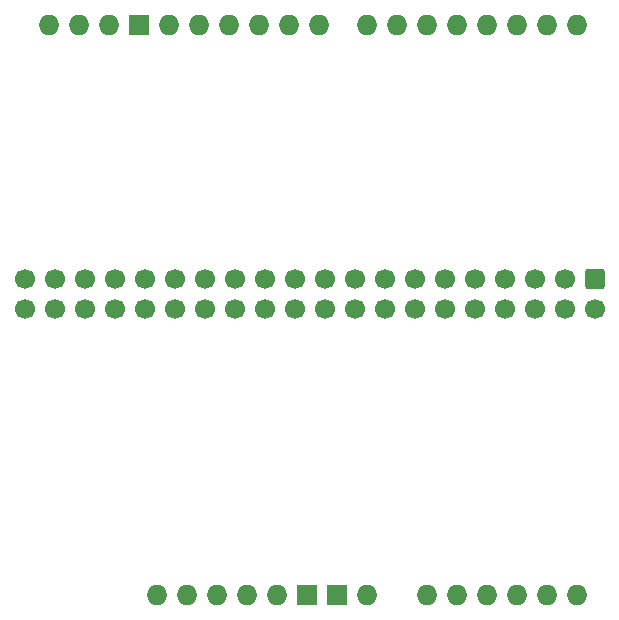
<source format=gbr>
%TF.GenerationSoftware,KiCad,Pcbnew,9.0.7*%
%TF.CreationDate,2026-01-06T14:06:23-08:00*%
%TF.ProjectId,uno2pi,756e6f32-7069-42e6-9b69-6361645f7063,rev?*%
%TF.SameCoordinates,Original*%
%TF.FileFunction,Soldermask,Bot*%
%TF.FilePolarity,Negative*%
%FSLAX46Y46*%
G04 Gerber Fmt 4.6, Leading zero omitted, Abs format (unit mm)*
G04 Created by KiCad (PCBNEW 9.0.7) date 2026-01-06 14:06:23*
%MOMM*%
%LPD*%
G01*
G04 APERTURE LIST*
G04 Aperture macros list*
%AMRoundRect*
0 Rectangle with rounded corners*
0 $1 Rounding radius*
0 $2 $3 $4 $5 $6 $7 $8 $9 X,Y pos of 4 corners*
0 Add a 4 corners polygon primitive as box body*
4,1,4,$2,$3,$4,$5,$6,$7,$8,$9,$2,$3,0*
0 Add four circle primitives for the rounded corners*
1,1,$1+$1,$2,$3*
1,1,$1+$1,$4,$5*
1,1,$1+$1,$6,$7*
1,1,$1+$1,$8,$9*
0 Add four rect primitives between the rounded corners*
20,1,$1+$1,$2,$3,$4,$5,0*
20,1,$1+$1,$4,$5,$6,$7,0*
20,1,$1+$1,$6,$7,$8,$9,0*
20,1,$1+$1,$8,$9,$2,$3,0*%
G04 Aperture macros list end*
%ADD10O,1.727200X1.727200*%
%ADD11R,1.727200X1.727200*%
%ADD12RoundRect,0.250000X-0.600000X0.600000X-0.600000X-0.600000X0.600000X-0.600000X0.600000X0.600000X0*%
%ADD13C,1.700000*%
G04 APERTURE END LIST*
D10*
%TO.C,A1*%
X147940000Y-149000000D03*
X155560000Y-149000000D03*
X158100000Y-149000000D03*
X170800000Y-149000000D03*
X173340000Y-149000000D03*
X175880000Y-149000000D03*
X178420000Y-149000000D03*
X180960000Y-149000000D03*
X183500000Y-149000000D03*
X143876000Y-100740000D03*
X183500000Y-100740000D03*
X180960000Y-100740000D03*
X178420000Y-100740000D03*
X175880000Y-100740000D03*
X173340000Y-100740000D03*
X170800000Y-100740000D03*
X168260000Y-100740000D03*
X165720000Y-100740000D03*
X161656000Y-100740000D03*
X159116000Y-100740000D03*
X156576000Y-100740000D03*
X154036000Y-100740000D03*
X151496000Y-100740000D03*
X148956000Y-100740000D03*
D11*
X146416000Y-100740000D03*
X160640000Y-149000000D03*
X163180000Y-149000000D03*
D10*
X150480000Y-149000000D03*
X153020000Y-149000000D03*
X138796000Y-100740000D03*
X141336000Y-100740000D03*
X165720000Y-149000000D03*
%TD*%
D12*
%TO.C,J1*%
X185000000Y-122210000D03*
D13*
X185000000Y-124750000D03*
X182460000Y-122210000D03*
X182460000Y-124750000D03*
X179920000Y-122210000D03*
X179920000Y-124750000D03*
X177380000Y-122210000D03*
X177380000Y-124750000D03*
X174840000Y-122210000D03*
X174840000Y-124750000D03*
X172300000Y-122210000D03*
X172300000Y-124750000D03*
X169760000Y-122210000D03*
X169760000Y-124750000D03*
X167220000Y-122210000D03*
X167220000Y-124750000D03*
X164680000Y-122210000D03*
X164680000Y-124750000D03*
X162140000Y-122210000D03*
X162140000Y-124750000D03*
X159600000Y-122210000D03*
X159600000Y-124750000D03*
X157060000Y-122210000D03*
X157060000Y-124750000D03*
X154520000Y-122210000D03*
X154520000Y-124750000D03*
X151980000Y-122210000D03*
X151980000Y-124750000D03*
X149440000Y-122210000D03*
X149440000Y-124750000D03*
X146900000Y-122210000D03*
X146900000Y-124750000D03*
X144360000Y-122210000D03*
X144360000Y-124750000D03*
X141820000Y-122210000D03*
X141820000Y-124750000D03*
X139280000Y-122210000D03*
X139280000Y-124750000D03*
X136740000Y-122210000D03*
X136740000Y-124750000D03*
%TD*%
M02*

</source>
